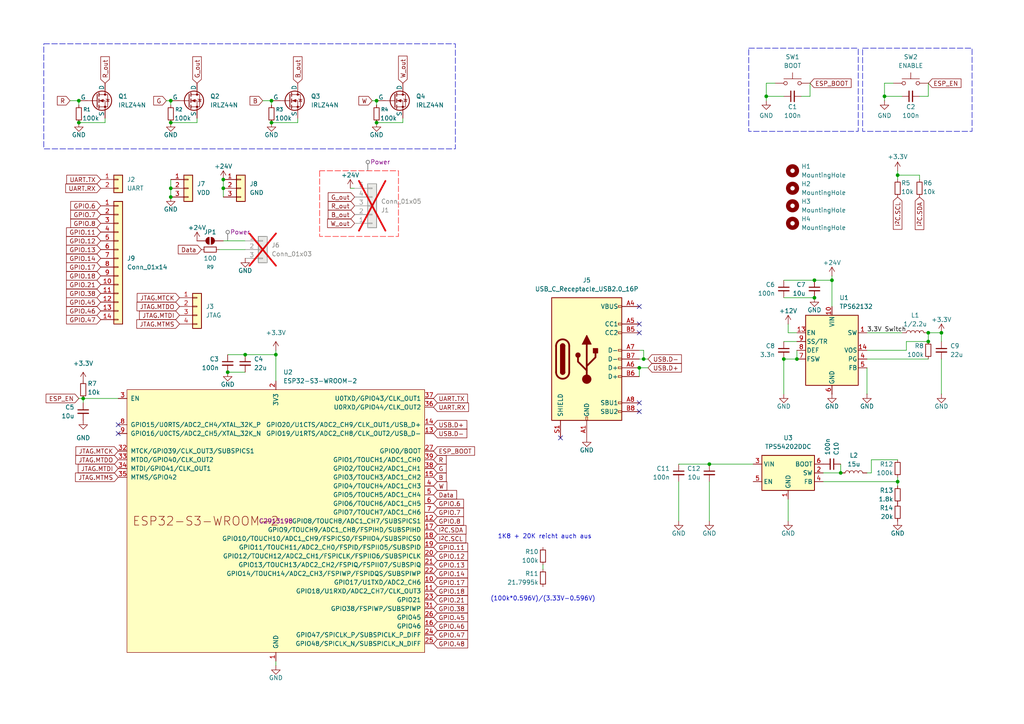
<source format=kicad_sch>
(kicad_sch (version 20250114) (generator "eeschema") (generator_version "9.0")
  (paper "A4")
  (rectangle (start 250.19 13.97) (end 281.94 38.1) (stroke (width 0) (type dash)))
  (rectangle (start 12.7 12.7) (end 132.08 43.18) (stroke (width 0) (type dash)))
  (rectangle (start 217.17 13.97) (end 248.92 38.1) (stroke (width 0) (type dash)))
  (text "(100k*0.596V)/(3.33V-0.596V)" (at 157.48 173.736 0) (effects (font (size 1.27 1.27))))
  (text "1K8 + 20K reicht auch aus" (at 157.988 155.702 0) (effects (font (size 1.27 1.27))))
  (junction (at 22.8665 35.56))
  (junction (at 49.53 35.56))
  (junction (at 205.74 134.62))
  (junction (at 109.22 35.56))
  (junction (at 227.33 104.14))
  (junction (at 231.14 104.14))
  (junction (at 269.24 96.52))
  (junction (at 269.24 99.06))
  (junction (at 78.74 29.21))
  (junction (at 66.04 107.95))
  (junction (at 49.53 57.15))
  (junction (at 222.25 27.94))
  (junction (at 273.05 96.52))
  (junction (at 236.22 86.36))
  (junction (at 22.86 29.21))
  (junction (at 256.54 27.94))
  (junction (at 24.13 115.57))
  (junction (at 71.12 102.87))
  (junction (at 109.22 29.21))
  (junction (at 49.53 54.61))
  (junction (at 260.35 139.7))
  (junction (at 241.3 81.28))
  (junction (at 236.22 81.28))
  (junction (at 185.42 106.68))
  (junction (at 78.74 35.56))
  (junction (at 243.84 137.16))
  (junction (at 64.77 52.07))
  (junction (at 64.77 54.61))
  (junction (at 260.35 50.8))
  (junction (at 49.53 29.21))
  (junction (at 186.69 104.14))
  (junction (at 80.01 102.87))
  (no_connect (at 34.29 125.73))
  (no_connect (at 185.42 88.9))
  (no_connect (at 185.42 116.84))
  (no_connect (at 185.42 93.98))
  (no_connect (at 185.42 119.38))
  (no_connect (at 34.29 123.19))
  (no_connect (at 185.42 96.52))
  (no_connect (at 162.56 127))
  (wire (pts (xy 49.53 54.61) (xy 49.53 57.15)))
  (wire (pts (xy 80.01 102.87) (xy 71.12 102.87)))
  (wire (pts (xy 22.86 115.57) (xy 24.13 115.57)))
  (wire (pts (xy 231.14 96.52) (xy 228.6 96.52)))
  (wire (pts (xy 49.53 52.07) (xy 49.53 54.61)))
  (wire (pts (xy 256.54 29.21) (xy 256.54 27.94)))
  (wire (pts (xy 260.35 138.43) (xy 260.35 139.7)))
  (wire (pts (xy 251.46 137.16) (xy 252.73 137.16)))
  (wire (pts (xy 109.22 35.56) (xy 116.84 35.56)))
  (wire (pts (xy 80.01 102.87) (xy 80.01 110.49)))
  (wire (pts (xy 222.25 24.13) (xy 224.79 24.13)))
  (wire (pts (xy 30.48 35.56) (xy 22.8665 35.56)))
  (wire (pts (xy 260.35 50.8) (xy 260.35 52.07)))
  (wire (pts (xy 269.24 99.06) (xy 269.24 96.52)))
  (wire (pts (xy 256.54 24.13) (xy 256.54 27.94)))
  (wire (pts (xy 24.13 115.57) (xy 34.29 115.57)))
  (wire (pts (xy 269.24 96.52) (xy 273.05 96.52)))
  (wire (pts (xy 185.42 104.14) (xy 186.69 104.14)))
  (wire (pts (xy 269.24 27.94) (xy 269.24 24.13)))
  (wire (pts (xy 238.76 137.16) (xy 243.84 137.16)))
  (wire (pts (xy 196.85 151.13) (xy 196.85 139.7)))
  (wire (pts (xy 22.86 30.48) (xy 22.86 29.21)))
  (wire (pts (xy 63.5 72.39) (xy 71.12 72.39)))
  (wire (pts (xy 185.42 106.68) (xy 187.96 106.68)))
  (wire (pts (xy 196.85 134.62) (xy 205.74 134.62)))
  (wire (pts (xy 260.35 139.7) (xy 260.35 140.97)))
  (wire (pts (xy 234.95 27.94) (xy 234.95 24.13)))
  (wire (pts (xy 251.46 96.52) (xy 261.62 96.52)))
  (wire (pts (xy 185.42 106.68) (xy 185.42 109.22)))
  (wire (pts (xy 86.36 34.29) (xy 86.36 35.56)))
  (wire (pts (xy 262.89 99.06) (xy 269.24 99.06)))
  (wire (pts (xy 262.89 99.06) (xy 262.89 101.6)))
  (wire (pts (xy 186.69 101.6) (xy 185.42 101.6)))
  (wire (pts (xy 116.84 34.29) (xy 116.84 35.56)))
  (wire (pts (xy 101.6 54.61) (xy 102.87 54.61)))
  (wire (pts (xy 252.73 133.35) (xy 252.73 137.16)))
  (wire (pts (xy 262.89 101.6) (xy 251.46 101.6)))
  (wire (pts (xy 80.01 191.77) (xy 80.01 193.04)))
  (wire (pts (xy 64.77 69.85) (xy 71.12 69.85)))
  (wire (pts (xy 57.15 34.29) (xy 57.15 35.56)))
  (wire (pts (xy 107.95 29.21) (xy 109.22 29.21)))
  (wire (pts (xy 228.6 151.13) (xy 228.6 144.78)))
  (wire (pts (xy 238.76 139.7) (xy 260.35 139.7)))
  (wire (pts (xy 228.6 96.52) (xy 228.6 93.98)))
  (wire (pts (xy 222.25 29.21) (xy 222.25 27.94)))
  (wire (pts (xy 241.3 80.01) (xy 241.3 81.28)))
  (wire (pts (xy 66.04 107.95) (xy 71.12 107.95)))
  (wire (pts (xy 251.46 106.68) (xy 251.46 114.3)))
  (wire (pts (xy 109.22 30.48) (xy 109.22 29.21)))
  (wire (pts (xy 205.74 151.13) (xy 205.74 139.7)))
  (wire (pts (xy 205.74 134.62) (xy 218.44 134.62)))
  (wire (pts (xy 80.01 101.6) (xy 80.01 102.87)))
  (wire (pts (xy 64.77 54.61) (xy 64.77 57.15)))
  (wire (pts (xy 78.74 30.48) (xy 78.74 29.21)))
  (wire (pts (xy 64.77 52.07) (xy 64.77 54.61)))
  (wire (pts (xy 251.46 104.14) (xy 269.24 104.14)))
  (wire (pts (xy 78.74 35.56) (xy 86.36 35.56)))
  (wire (pts (xy 260.35 50.8) (xy 266.7 50.8)))
  (wire (pts (xy 227.33 99.06) (xy 231.14 99.06)))
  (wire (pts (xy 273.05 96.52) (xy 273.05 99.06)))
  (wire (pts (xy 256.54 24.13) (xy 259.08 24.13)))
  (wire (pts (xy 22.8665 35.56) (xy 22.86 35.56)))
  (wire (pts (xy 222.25 27.94) (xy 227.33 27.94)))
  (wire (pts (xy 227.33 81.28) (xy 236.22 81.28)))
  (wire (pts (xy 76.2 29.21) (xy 78.74 29.21)))
  (wire (pts (xy 231.14 101.6) (xy 231.14 104.14)))
  (wire (pts (xy 20.32 29.21) (xy 22.86 29.21)))
  (wire (pts (xy 24.13 116.84) (xy 24.13 115.57)))
  (wire (pts (xy 241.3 81.28) (xy 241.3 88.9)))
  (wire (pts (xy 57.15 35.56) (xy 49.53 35.56)))
  (wire (pts (xy 186.69 101.6) (xy 186.69 104.14)))
  (wire (pts (xy 227.33 104.14) (xy 231.14 104.14)))
  (wire (pts (xy 48.26 29.21) (xy 49.53 29.21)))
  (wire (pts (xy 232.41 27.94) (xy 234.95 27.94)))
  (wire (pts (xy 186.69 104.14) (xy 187.96 104.14)))
  (wire (pts (xy 222.25 24.13) (xy 222.25 27.94)))
  (wire (pts (xy 273.05 104.14) (xy 273.05 114.3)))
  (wire (pts (xy 260.35 133.35) (xy 252.73 133.35)))
  (wire (pts (xy 227.33 86.36) (xy 236.22 86.36)))
  (wire (pts (xy 256.54 27.94) (xy 261.62 27.94)))
  (wire (pts (xy 236.22 81.28) (xy 241.3 81.28)))
  (wire (pts (xy 71.12 102.87) (xy 66.04 102.87)))
  (wire (pts (xy 157.48 163.83) (xy 157.48 165.1)))
  (wire (pts (xy 30.48 34.29) (xy 30.48 35.56)))
  (wire (pts (xy 266.7 52.07) (xy 266.7 50.8)))
  (wire (pts (xy 266.7 27.94) (xy 269.24 27.94)))
  (wire (pts (xy 243.84 134.62) (xy 243.84 137.16)))
  (wire (pts (xy 260.35 49.53) (xy 260.35 50.8)))
  (wire (pts (xy 227.33 114.3) (xy 227.33 104.14)))
  (wire (pts (xy 49.53 30.48) (xy 49.53 29.21)))
  (label "3.3V Switch" (at 251.46 96.52 0))
  (global_label "GPIO.14" (shape input) (at 125.73 166.37 0) (property "Intersheetrefs" "${INTERSHEET_REFS}" (effects (hide yes))))
  (global_label "I^{2}C.SDA" (shape input) (at 266.7 57.15 270) (property "Intersheetrefs" "${INTERSHEET_REFS}" (effects (hide yes))))
  (global_label "GPIO.21" (shape input) (at 29.21 82.55 180) (property "Intersheetrefs" "${INTERSHEET_REFS}" (effects (hide yes))))
  (global_label "R_out" (shape input) (at 30.48 24.13 90) (property "Intersheetrefs" "${INTERSHEET_REFS}" (effects (hide yes))))
  (global_label "G" (shape input) (at 125.73 135.89 0) (property "Intersheetrefs" "${INTERSHEET_REFS}" (effects (hide yes))))
  (global_label "JTAG.MTCK" (shape input) (at 52.07 86.36 180) (property "Intersheetrefs" "${INTERSHEET_REFS}" (effects (hide yes))))
  (global_label "Data" (shape input) (at 125.73 143.51 0) (property "Intersheetrefs" "${INTERSHEET_REFS}" (effects (hide yes))))
  (global_label "GPIO.7" (shape input) (at 29.21 62.23 180) (property "Intersheetrefs" "${INTERSHEET_REFS}" (effects (hide yes))))
  (global_label "UART.RX" (shape input) (at 29.21 54.61 180) (property "Intersheetrefs" "${INTERSHEET_REFS}" (effects (hide yes))))
  (global_label "GPIO.45" (shape input) (at 29.21 87.63 180) (property "Intersheetrefs" "${INTERSHEET_REFS}" (effects (hide yes))))
  (global_label "JTAG.MTDI" (shape input) (at 52.07 91.44 180) (property "Intersheetrefs" "${INTERSHEET_REFS}" (effects (hide yes))))
  (global_label "R" (shape input) (at 125.73 133.35 0) (property "Intersheetrefs" "${INTERSHEET_REFS}" (effects (hide yes))))
  (global_label "W" (shape input) (at 125.73 140.97 0) (property "Intersheetrefs" "${INTERSHEET_REFS}" (effects (hide yes))))
  (global_label "GPIO.46" (shape input) (at 29.21 90.17 180) (property "Intersheetrefs" "${INTERSHEET_REFS}" (effects (hide yes))))
  (global_label "USB.D+" (shape input) (at 187.96 106.68 0) (property "Intersheetrefs" "${INTERSHEET_REFS}" (effects (hide yes))))
  (global_label "B_out" (shape input) (at 86.36 24.13 90) (property "Intersheetrefs" "${INTERSHEET_REFS}" (effects (hide yes))))
  (global_label "GPIO.8" (shape input) (at 125.73 151.13 0) (property "Intersheetrefs" "${INTERSHEET_REFS}" (effects (hide yes))))
  (global_label "R_out" (shape input) (at 102.87 59.69 180) (property "Intersheetrefs" "${INTERSHEET_REFS}" (effects (hide yes))))
  (global_label "GPIO.8" (shape input) (at 29.21 64.77 180) (property "Intersheetrefs" "${INTERSHEET_REFS}" (effects (hide yes))))
  (global_label "W_out" (shape input) (at 116.84 24.13 90) (property "Intersheetrefs" "${INTERSHEET_REFS}" (effects (hide yes))))
  (global_label "GPIO.17" (shape input) (at 125.73 168.91 0) (property "Intersheetrefs" "${INTERSHEET_REFS}" (effects (hide yes))))
  (global_label "GPIO.18" (shape input) (at 29.21 80.01 180) (property "Intersheetrefs" "${INTERSHEET_REFS}" (effects (hide yes))))
  (global_label "GPIO.48" (shape input) (at 125.73 186.69 0) (property "Intersheetrefs" "${INTERSHEET_REFS}" (effects (hide yes))))
  (global_label "GPIO.47" (shape input) (at 29.21 92.71 180) (property "Intersheetrefs" "${INTERSHEET_REFS}" (effects (hide yes))))
  (global_label "GPIO.17" (shape input) (at 29.21 77.47 180) (property "Intersheetrefs" "${INTERSHEET_REFS}" (effects (hide yes))))
  (global_label "GPIO.12" (shape input) (at 29.21 69.85 180) (property "Intersheetrefs" "${INTERSHEET_REFS}" (effects (hide yes))))
  (global_label "G" (shape input) (at 48.26 29.21 180) (property "Intersheetrefs" "${INTERSHEET_REFS}" (effects (hide yes))))
  (global_label "Data" (shape input) (at 58.42 72.39 180) (property "Intersheetrefs" "${INTERSHEET_REFS}" (effects (hide yes))))
  (global_label "GPIO.13" (shape input) (at 29.21 72.39 180) (property "Intersheetrefs" "${INTERSHEET_REFS}" (effects (hide yes))))
  (global_label "USB.D+" (shape input) (at 125.73 123.19 0) (property "Intersheetrefs" "${INTERSHEET_REFS}" (effects (hide yes))))
  (global_label "ESP_BOOT" (shape input) (at 234.95 24.13 0) (property "Intersheetrefs" "${INTERSHEET_REFS}" (effects (hide yes))))
  (global_label "W" (shape input) (at 107.95 29.21 180) (property "Intersheetrefs" "${INTERSHEET_REFS}" (effects (hide yes))))
  (global_label "W_out" (shape input) (at 102.87 64.77 180) (property "Intersheetrefs" "${INTERSHEET_REFS}" (effects (hide yes))))
  (global_label "G_out" (shape input) (at 102.87 57.15 180) (property "Intersheetrefs" "${INTERSHEET_REFS}" (effects (hide yes))))
  (global_label "JTAG.MTDO" (shape input) (at 52.07 88.9 180) (property "Intersheetrefs" "${INTERSHEET_REFS}" (effects (hide yes))))
  (global_label "GPIO.38" (shape input) (at 29.21 85.09 180) (property "Intersheetrefs" "${INTERSHEET_REFS}" (effects (hide yes))))
  (global_label "UART.TX" (shape input) (at 125.73 115.57 0) (property "Intersheetrefs" "${INTERSHEET_REFS}" (effects (hide yes))))
  (global_label "GPIO.13" (shape input) (at 125.73 163.83 0) (property "Intersheetrefs" "${INTERSHEET_REFS}" (effects (hide yes))))
  (global_label "USB.D-" (shape input) (at 125.73 125.73 0) (property "Intersheetrefs" "${INTERSHEET_REFS}" (effects (hide yes))))
  (global_label "I^{2}C.SCL" (shape input) (at 260.35 57.15 270) (property "Intersheetrefs" "${INTERSHEET_REFS}" (effects (hide yes))))
  (global_label "GPIO.11" (shape input) (at 125.73 158.75 0) (property "Intersheetrefs" "${INTERSHEET_REFS}" (effects (hide yes))))
  (global_label "GPIO.45" (shape input) (at 125.73 179.07 0) (property "Intersheetrefs" "${INTERSHEET_REFS}" (effects (hide yes))))
  (global_label "GPIO.11" (shape input) (at 29.21 67.31 180) (property "Intersheetrefs" "${INTERSHEET_REFS}" (effects (hide yes))))
  (global_label "GPIO.12" (shape input) (at 125.73 161.29 0) (property "Intersheetrefs" "${INTERSHEET_REFS}" (effects (hide yes))))
  (global_label "GPIO.6" (shape input) (at 125.73 146.05 0) (property "Intersheetrefs" "${INTERSHEET_REFS}" (effects (hide yes))))
  (global_label "ESP_EN" (shape input) (at 269.24 24.13 0) (property "Intersheetrefs" "${INTERSHEET_REFS}" (effects (hide yes))))
  (global_label "B" (shape input) (at 76.2 29.21 180) (property "Intersheetrefs" "${INTERSHEET_REFS}" (effects (hide yes))))
  (global_label "JTAG.MTDO" (shape input) (at 34.29 133.35 180) (property "Intersheetrefs" "${INTERSHEET_REFS}" (effects (hide yes))))
  (global_label "JTAG.MTMS" (shape input) (at 52.07 93.98 180) (property "Intersheetrefs" "${INTERSHEET_REFS}" (effects (hide yes))))
  (global_label "UART.RX" (shape input) (at 125.73 118.11 0) (property "Intersheetrefs" "${INTERSHEET_REFS}" (effects (hide yes))))
  (global_label "JTAG.MTCK" (shape input) (at 34.29 130.81 180) (property "Intersheetrefs" "${INTERSHEET_REFS}" (effects (hide yes))))
  (global_label "GPIO.38" (shape input) (at 125.73 176.53 0) (property "Intersheetrefs" "${INTERSHEET_REFS}" (effects (hide yes))))
  (global_label "I^{2}C.SDA" (shape input) (at 125.73 153.67 0) (property "Intersheetrefs" "${INTERSHEET_REFS}" (effects (hide yes))))
  (global_label "GPIO.21" (shape input) (at 125.73 173.99 0) (property "Intersheetrefs" "${INTERSHEET_REFS}" (effects (hide yes))))
  (global_label "GPIO.14" (shape input) (at 29.21 74.93 180) (property "Intersheetrefs" "${INTERSHEET_REFS}" (effects (hide yes))))
  (global_label "USB.D-" (shape input) (at 187.96 104.14 0) (property "Intersheetrefs" "${INTERSHEET_REFS}" (effects (hide yes))))
  (global_label "GPIO.46" (shape input) (at 125.73 181.61 0) (property "Intersheetrefs" "${INTERSHEET_REFS}" (effects (hide yes))))
  (global_label "GPIO.6" (shape input) (at 29.21 59.69 180) (property "Intersheetrefs" "${INTERSHEET_REFS}" (effects (hide yes))))
  (global_label "UART.TX" (shape input) (at 29.21 52.07 180) (property "Intersheetrefs" "${INTERSHEET_REFS}" (effects (hide yes))))
  (global_label "JTAG.MTDI" (shape input) (at 34.29 135.89 180) (property "Intersheetrefs" "${INTERSHEET_REFS}" (effects (hide yes))))
  (global_label "ESP_EN" (shape input) (at 22.86 115.57 180) (property "Intersheetrefs" "${INTERSHEET_REFS}" (effects (hide yes))))
  (global_label "JTAG.MTMS" (shape input) (at 34.29 138.43 180) (property "Intersheetrefs" "${INTERSHEET_REFS}" (effects (hide yes))))
  (global_label "GPIO.47" (shape input) (at 125.73 184.15 0) (property "Intersheetrefs" "${INTERSHEET_REFS}" (effects (hide yes))))
  (global_label "ESP_BOOT" (shape input) (at 125.73 130.81 0) (property "Intersheetrefs" "${INTERSHEET_REFS}" (effects (hide yes))))
  (global_label "G_out" (shape input) (at 57.15 24.13 90) (property "Intersheetrefs" "${INTERSHEET_REFS}" (effects (hide yes))))
  (global_label "R" (shape input) (at 20.32 29.21 180) (property "Intersheetrefs" "${INTERSHEET_REFS}" (effects (hide yes))))
  (global_label "GPIO.18" (shape input) (at 125.73 171.45 0) (property "Intersheetrefs" "${INTERSHEET_REFS}" (effects (hide yes))))
  (global_label "B_out" (shape input) (at 102.87 62.23 180) (property "Intersheetrefs" "${INTERSHEET_REFS}" (effects (hide yes))))
  (global_label "B" (shape input) (at 125.73 138.43 0) (property "Intersheetrefs" "${INTERSHEET_REFS}" (effects (hide yes))))
  (global_label "I^{2}C.SCL" (shape input) (at 125.73 156.21 0) (property "Intersheetrefs" "${INTERSHEET_REFS}" (effects (hide yes))))
  (global_label "GPIO.7" (shape input) (at 125.73 148.59 0) (property "Intersheetrefs" "${INTERSHEET_REFS}" (effects (hide yes))))
  (rule_area (polyline (pts (xy 92.71 49.53) (xy 92.71 68.58) (xy 115.57 68.58) (xy 115.57 49.53)) (stroke (width 0) (type dash))))
  (netclass_flag "" (length 2.54) (shape round) (at 106.68 49.53 0) (property "Netclass" "Power" (at 107.3785 46.99 0) (effects (justify left))))
  (netclass_flag "" (length 2.54) (shape round) (at 66.04 69.85 0) (property "Netclass" "Power" (at 66.7385 67.31 0) (effects (justify left))))
  (symbol (lib_id "power:GND") (at 236.22 86.36 0) (unit 1)
    (property "Reference" "#PWR020" (effects (hide yes)))
    (property "Value" "GND" (at 236.22 89.916 0))
    (property "Description" "Power symbol creates a global label with name \"GND\" , ground" (effects (hide yes)))
  )
  (symbol (lib_id "power:GND") (at 49.53 57.15 0) (unit 1)
    (property "Reference" "#PWR031" (effects (hide yes)))
    (property "Value" "GND" (at 49.53 60.706 0))
    (property "Description" "Power symbol creates a global label with name \"GND\" , ground" (effects (hide yes)))
  )
  (symbol (lib_id "power:GND") (at 260.35 151.13 0) (unit 1)
    (property "Reference" "#PWR036" (effects (hide yes)))
    (property "Value" "GND" (at 260.35 154.686 0))
    (property "Description" "Power symbol creates a global label with name \"GND\" , ground" (effects (hide yes)))
  )
  (symbol (lib_id "Connector_Generic:Conn_01x03") (at 54.61 54.61 0) (unit 1)
    (property "Reference" "J7" (at 57.15 53.3399 0) (effects (justify left)))
    (property "Value" "VDD" (at 57.15 55.8799 0) (effects (justify left)))
    (property "Footprint" "TerminalBlock_Phoenix:TerminalBlock_Phoenix_MKDS-1,5-3-5.08_1x03_P5.08mm_Horizontal" (effects (hide yes)))
    (property "Description" "Generic connector, single row, 01x03, script generated (kicad-library-utils/schlib/autogen/connector/)" (effects (hide yes)))
  )
  (symbol (lib_id "power:GND") (at 80.01 193.04 0) (unit 1)
    (property "Reference" "#PWR027" (effects (hide yes)))
    (property "Value" "GND" (at 80.01 196.596 0))
    (property "Description" "Power symbol creates a global label with name \"GND\" , ground" (effects (hide yes)))
  )
  (symbol (lib_id "Mechanical:MountingHole") (at 229.87 49.53 0) (unit 1) (in_bom no)
    (property "Reference" "H1" (at 232.41 48.2599 0) (effects (justify left)))
    (property "Value" "MountingHole" (at 232.41 50.7999 0) (effects (justify left)))
    (property "Footprint" "MountingHole:MountingHole_3.2mm_M3" (effects (hide yes)))
    (property "Description" "Mounting Hole without connection" (effects (hide yes)))
  )
  (symbol (lib_id "Device:R_Small") (at 269.24 101.6 0) (mirror y) (unit 1)
    (property "Reference" "R8" (at 267.97 100.33 0) (effects (justify left)))
    (property "Value" "100k" (at 267.97 102.87 0) (effects (justify left)))
    (property "Footprint" "Resistor_SMD:R_0805_2012Metric_Pad1.20x1.40mm_HandSolder" (effects (hide yes)))
    (property "Description" "Resistor, small symbol" (effects (hide yes)))
    (property "LCSC" "C3017875" (effects (hide yes)))
  )
  (symbol (lib_id "Simulation_SPICE:NMOS") (at 27.94 29.21 0) (unit 1)
    (property "Reference" "Q1" (at 34.29 27.9399 0) (effects (justify left)))
    (property "Value" "IRLZ44N" (at 34.29 30.4799 0) (effects (justify left)))
    (property "Footprint" "Package_TO_SOT_THT:TO-220-3_Vertical" (effects (hide yes)))
    (property "Datasheet" "https://ngspice.sourceforge.io/docs/ngspice-html-manual/manual.xhtml#cha_MOSFETs" (effects (hide yes)))
    (property "Description" "N-MOSFET transistor, drain/source/gate" (effects (hide yes)))
    (property "Sim.Device" "NMOS" (effects (hide yes)))
    (property "Sim.Type" "VDMOS" (effects (hide yes)))
    (property "Sim.Pins" "1=D 2=G 3=S" (effects (hide yes)))
    (property "LCSC" "C42370423" (effects (hide yes)))
  )
  (symbol (lib_id "power:+3.3V") (at 228.6 93.98 0) (unit 1)
    (property "Reference" "#PWR021" (effects (hide yes)))
    (property "Value" "+12V" (at 228.6 90.17 0))
    (property "Description" "Power symbol creates a global label with name \"+3.3V\"" (effects (hide yes)))
  )
  (symbol (lib_id "Device:C_Small") (at 66.04 105.41 0) (unit 1)
    (property "Reference" "C3" (at 63.5 104.1462 0) (effects (justify right)))
    (property "Value" "100n" (at 63.5 106.6862 0) (effects (justify right)))
    (property "Footprint" "Capacitor_SMD:C_0805_2012Metric_Pad1.18x1.45mm_HandSolder" (effects (hide yes)))
    (property "Description" "Unpolarized capacitor, small symbol" (effects (hide yes)))
  )
  (symbol (lib_id "power:+3.3V") (at 260.35 49.53 0) (unit 1)
    (property "Reference" "#PWR04" (effects (hide yes)))
    (property "Value" "+3.3V" (at 260.35 45.466 0))
    (property "Description" "Power symbol creates a global label with name \"+3.3V\"" (effects (hide yes)))
  )
  (symbol (lib_id "Device:C_Small") (at 273.05 101.6 0) (mirror y) (unit 1)
    (property "Reference" "C9" (at 275.59 100.3362 0) (effects (justify right)))
    (property "Value" "22u" (at 275.59 102.8762 0) (effects (justify right)))
    (property "Footprint" "Capacitor_SMD:C_0805_2012Metric_Pad1.18x1.45mm_HandSolder" (effects (hide yes)))
    (property "Description" "Unpolarized capacitor, small symbol" (effects (hide yes)))
  )
  (symbol (lib_id "power:+3.3V") (at 241.3 80.01 0) (unit 1)
    (property "Reference" "#PWR019" (effects (hide yes)))
    (property "Value" "+24V" (at 241.3 76.2 0))
    (property "Description" "Power symbol creates a global label with name \"+3.3V\"" (effects (hide yes)))
  )
  (symbol (lib_id "Device:R_Small") (at 266.7 54.61 0) (unit 1)
    (property "Reference" "R6" (at 267.716 53.086 0) (effects (justify left)))
    (property "Value" "10k" (at 267.716 55.626 0) (effects (justify left)))
    (property "Footprint" "Resistor_SMD:R_0805_2012Metric_Pad1.20x1.40mm_HandSolder" (effects (hide yes)))
    (property "Description" "Resistor, small symbol" (effects (hide yes)))
    (property "LCSC" "C2930231" (effects (hide yes)))
  )
  (symbol (lib_id "Device:C_Small") (at 229.87 27.94 90) (mirror x) (unit 1)
    (property "Reference" "C1" (at 229.87 30.988 90))
    (property "Value" "100n" (at 229.87 33.528 90))
    (property "Footprint" "Capacitor_SMD:C_0805_2012Metric_Pad1.18x1.45mm_HandSolder" (effects (hide yes)))
    (property "Description" "Unpolarized capacitor, small symbol" (effects (hide yes)))
  )
  (symbol (lib_id "Device:C_Small") (at 205.74 137.16 0) (unit 1)
    (property "Reference" "C12" (at 203.2 135.8962 0) (effects (justify right)))
    (property "Value" "10u" (at 203.2 138.4362 0) (effects (justify right)))
    (property "Footprint" "Capacitor_SMD:C_1210_3225Metric_Pad1.33x2.70mm_HandSolder" (effects (hide yes)))
    (property "Description" "Unpolarized capacitor, small symbol" (effects (hide yes)))
  )
  (symbol (lib_id "power:GND") (at 78.74 35.56 0) (unit 1)
    (property "Reference" "#PWR07" (effects (hide yes)))
    (property "Value" "GND" (at 78.74 39.116 0))
    (property "Description" "Power symbol creates a global label with name \"GND\" , ground" (effects (hide yes)))
  )
  (symbol (lib_id "Device:R_Small") (at 260.35 148.59 0) (mirror y) (unit 1)
    (property "Reference" "R14" (at 259.08 147.32 0) (effects (justify left)))
    (property "Value" "20k" (at 259.08 149.86 0) (effects (justify left)))
    (property "Footprint" "Resistor_SMD:R_0805_2012Metric_Pad1.20x1.40mm_HandSolder" (effects (hide yes)))
    (property "Description" "Resistor, small symbol" (effects (hide yes)))
    (property "LCSC" "C3017875" (effects (hide yes)))
  )
  (symbol (lib_id "Simulation_SPICE:NMOS") (at 114.3 29.21 0) (unit 1)
    (property "Reference" "Q4" (at 120.65 27.9399 0) (effects (justify left)))
    (property "Value" "IRLZ44N" (at 120.65 30.4799 0) (effects (justify left)))
    (property "Footprint" "Package_TO_SOT_THT:TO-220-3_Vertical" (effects (hide yes)))
    (property "Datasheet" "https://ngspice.sourceforge.io/docs/ngspice-html-manual/manual.xhtml#cha_MOSFETs" (effects (hide yes)))
    (property "Description" "N-MOSFET transistor, drain/source/gate" (effects (hide yes)))
    (property "Sim.Device" "NMOS" (effects (hide yes)))
    (property "Sim.Type" "VDMOS" (effects (hide yes)))
    (property "Sim.Pins" "1=D 2=G 3=S" (effects (hide yes)))
    (property "LCSC" "C42370423" (effects (hide yes)))
  )
  (symbol (lib_id "Device:C_Small") (at 241.3 134.62 270) (unit 1)
    (property "Reference" "C10" (at 242.5638 132.08 0) (effects (justify right)))
    (property "Value" "100n" (at 240.0238 132.08 0) (effects (justify right)))
    (property "Footprint" "Capacitor_SMD:C_0805_2012Metric_Pad1.18x1.45mm_HandSolder" (effects (hide yes)))
    (property "Description" "Unpolarized capacitor, small symbol" (effects (hide yes)))
  )
  (symbol (lib_id "Device:C_Small") (at 264.16 27.94 90) (mirror x) (unit 1)
    (property "Reference" "C2" (at 264.16 30.988 90))
    (property "Value" "100n" (at 264.16 33.528 90))
    (property "Footprint" "Capacitor_SMD:C_0805_2012Metric_Pad1.18x1.45mm_HandSolder" (effects (hide yes)))
    (property "Description" "Unpolarized capacitor, small symbol" (effects (hide yes)))
  )
  (symbol (lib_id "Device:R_Small") (at 109.22 33.02 0) (unit 1)
    (property "Reference" "R4" (at 110.49 31.75 0) (effects (font (size 1.016 1.016)) (justify left)))
    (property "Value" "100k" (at 110.236 34.29 0) (effects (justify left)))
    (property "Footprint" "Resistor_SMD:R_0805_2012Metric_Pad1.20x1.40mm_HandSolder" (effects (hide yes)))
    (property "Description" "Resistor, small symbol" (effects (hide yes)))
    (property "LCSC" "C3017875" (effects (hide yes)))
  )
  (symbol (lib_id "power:GND") (at 66.04 107.95 0) (unit 1)
    (property "Reference" "#PWR016" (effects (hide yes)))
    (property "Value" "GND" (at 66.04 111.506 0))
    (property "Description" "Power symbol creates a global label with name \"GND\" , ground" (effects (hide yes)))
  )
  (symbol (lib_id "Simulation_SPICE:NMOS") (at 54.61 29.21 0) (unit 1)
    (property "Reference" "Q2" (at 60.96 27.9399 0) (effects (justify left)))
    (property "Value" "IRLZ44N" (at 60.96 30.4799 0) (effects (justify left)))
    (property "Footprint" "Package_TO_SOT_THT:TO-220-3_Vertical" (effects (hide yes)))
    (property "Datasheet" "https://ngspice.sourceforge.io/docs/ngspice-html-manual/manual.xhtml#cha_MOSFETs" (effects (hide yes)))
    (property "Description" "N-MOSFET transistor, drain/source/gate" (effects (hide yes)))
    (property "Sim.Device" "NMOS" (effects (hide yes)))
    (property "Sim.Type" "VDMOS" (effects (hide yes)))
    (property "Sim.Pins" "1=D 2=G 3=S" (effects (hide yes)))
    (property "LCSC" "C42370423" (effects (hide yes)))
  )
  (symbol (lib_id "Device:R_Small") (at 24.13 113.03 0) (mirror y) (unit 1)
    (property "Reference" "R7" (at 25.4 111.252 0) (effects (justify right)))
    (property "Value" "10k" (at 25.4 113.792 0) (effects (justify right)))
    (property "Footprint" "Resistor_SMD:R_0805_2012Metric_Pad1.20x1.40mm_HandSolder" (effects (hide yes)))
    (property "Description" "Resistor, small symbol" (effects (hide yes)))
    (property "LCSC" "C2930231" (effects (hide yes)))
  )
  (symbol (lib_id "Simulation_SPICE:NMOS") (at 83.82 29.21 0) (unit 1)
    (property "Reference" "Q3" (at 90.17 27.9399 0) (effects (justify left)))
    (property "Value" "IRLZ44N" (at 90.17 30.4799 0) (effects (justify left)))
    (property "Footprint" "Package_TO_SOT_THT:TO-220-3_Vertical" (effects (hide yes)))
    (property "Datasheet" "https://ngspice.sourceforge.io/docs/ngspice-html-manual/manual.xhtml#cha_MOSFETs" (effects (hide yes)))
    (property "Description" "N-MOSFET transistor, drain/source/gate" (effects (hide yes)))
    (property "Sim.Device" "NMOS" (effects (hide yes)))
    (property "Sim.Type" "VDMOS" (effects (hide yes)))
    (property "Sim.Pins" "1=D 2=G 3=S" (effects (hide yes)))
    (property "LCSC" "C42370423" (effects (hide yes)))
  )
  (symbol (lib_id "Device:C_Small") (at 24.13 119.38 0) (mirror y) (unit 1)
    (property "Reference" "C5" (at 21.59 118.1162 0) (effects (justify left)))
    (property "Value" "10u" (at 21.59 120.6562 0) (effects (justify left)))
    (property "Footprint" "Capacitor_SMD:C_1210_3225Metric_Pad1.33x2.70mm_HandSolder" (effects (hide yes)))
    (property "Description" "Unpolarized capacitor, small symbol" (effects (hide yes)))
  )
  (symbol (lib_id "Device:R_Small") (at 60.96 72.39 270) (unit 1)
    (property "Reference" "R9" (at 60.96 77.47 90) (effects (font (size 1.016 1.016))))
    (property "Value" "100" (at 60.96 74.93 90))
    (property "Footprint" "Resistor_SMD:R_0805_2012Metric_Pad1.20x1.40mm_HandSolder" (effects (hide yes)))
    (property "Description" "Resistor, small symbol" (effects (hide yes)))
    (property "LCSC" "C2907294" (effects (hide yes)))
  )
  (symbol (lib_id "power:+3.3V") (at 24.13 110.49 0) (unit 1)
    (property "Reference" "#PWR017" (effects (hide yes)))
    (property "Value" "+3.3V" (at 24.13 105.41 0))
    (property "Description" "Power symbol creates a global label with name \"+3.3V\"" (effects (hide yes)))
  )
  (symbol (lib_id "Connector:USB_C_Receptacle_USB2.0_16P") (at 170.18 104.14 0) (unit 1)
    (property "Reference" "J5" (at 170.18 81.28 0))
    (property "Value" "USB_C_Receptacle_USB2.0_16P" (at 170.18 83.82 0))
    (property "Footprint" "Connector_USB:USB_C_Receptacle_GCT_USB4105-xx-A_16P_TopMnt_Horizontal" (effects (hide yes)))
    (property "Datasheet" "https://lcsc.com/datasheet/lcsc_datasheet_2505061156_SHOU-HAN-TYPE-C-16PIN-2MD-073_C2765186.pdf" (effects (hide yes)))
    (property "Description" "USB 2.0-only 16P Type-C Receptacle connector" (effects (hide yes)))
    (property "LCSC" "C2765186" (effects (hide yes)))
  )
  (symbol (lib_id "power:GND") (at 109.22 35.56 0) (unit 1)
    (property "Reference" "#PWR08" (effects (hide yes)))
    (property "Value" "GND" (at 109.22 39.116 0))
    (property "Description" "Power symbol creates a global label with name \"GND\" , ground" (effects (hide yes)))
  )
  (symbol (lib_id "power:GND") (at 22.8665 35.56 0) (unit 1)
    (property "Reference" "#PWR05" (effects (hide yes)))
    (property "Value" "GND" (at 22.8665 39.116 0))
    (property "Description" "Power symbol creates a global label with name \"GND\" , ground" (effects (hide yes)))
  )
  (symbol (lib_id "Device:L") (at 265.43 96.52 90) (unit 1)
    (property "Reference" "L1" (at 265.43 91.44 90))
    (property "Value" "1/2.2u" (at 265.43 93.98 90))
    (property "Footprint" "Inductor_SMD:L_APV_ANR4026" (effects (hide yes)))
    (property "Description" "Inductor" (effects (hide yes)))
  )
  (symbol (lib_id "power:GND") (at 273.05 114.3 0) (unit 1)
    (property "Reference" "#PWR026" (effects (hide yes)))
    (property "Value" "GND" (at 273.05 117.856 0))
    (property "Description" "Power symbol creates a global label with name \"GND\" , ground" (effects (hide yes)))
  )
  (symbol (lib_id "Device:R_Small") (at 157.48 167.64 0) (mirror y) (unit 1)
    (property "Reference" "R11" (at 156.21 166.37 0) (effects (justify left)))
    (property "Value" "21.7995k" (at 156.21 168.91 0) (effects (justify left)))
    (property "Footprint" "Resistor_SMD:R_0805_2012Metric_Pad1.20x1.40mm_HandSolder" (effects (hide yes)))
    (property "Description" "Resistor, small symbol" (effects (hide yes)))
    (property "LCSC" "C3017875" (effects (hide yes)))
  )
  (symbol (lib_id "Device:C_Small") (at 236.22 83.82 0) (unit 1)
    (property "Reference" "C7" (at 233.68 82.5562 0) (effects (justify right)))
    (property "Value" "10u" (at 233.68 85.0962 0) (effects (justify right)))
    (property "Footprint" "Capacitor_SMD:C_1210_3225Metric_Pad1.33x2.70mm_HandSolder" (effects (hide yes)))
    (property "Description" "Unpolarized capacitor, small symbol" (effects (hide yes)))
  )
  (symbol (lib_id "Mechanical:MountingHole") (at 229.87 54.61 0) (unit 1) (in_bom no)
    (property "Reference" "H2" (at 232.41 53.3399 0) (effects (justify left)))
    (property "Value" "MountingHole" (at 232.41 55.8799 0) (effects (justify left)))
    (property "Footprint" "MountingHole:MountingHole_3.2mm_M3" (effects (hide yes)))
    (property "Description" "Mounting Hole without connection" (effects (hide yes)))
  )
  (symbol (lib_id "Device:L") (at 247.65 137.16 90) (unit 1)
    (property "Reference" "L2" (at 247.65 132.08 90))
    (property "Value" "15u" (at 247.65 134.62 90))
    (property "Footprint" "Inductor_SMD:L_APV_ANR4026" (effects (hide yes)))
    (property "Description" "Inductor" (effects (hide yes)))
  )
  (symbol (lib_id "power:+3.3V") (at 101.6 54.61 0) (unit 1)
    (property "Reference" "#PWR03" (effects (hide yes)))
    (property "Value" "+24V" (at 101.6 50.8 0))
    (property "Description" "Power symbol creates a global label with name \"+3.3V\"" (effects (hide yes)))
  )
  (symbol (lib_id "Mechanical:MountingHole") (at 229.87 59.69 0) (unit 1) (in_bom no)
    (property "Reference" "H3" (at 232.41 58.4199 0) (effects (justify left)))
    (property "Value" "MountingHole" (at 232.41 60.9599 0) (effects (justify left)))
    (property "Footprint" "MountingHole:MountingHole_3.2mm_M3" (effects (hide yes)))
    (property "Description" "Mounting Hole without connection" (effects (hide yes)))
  )
  (symbol (lib_id "power:GND") (at 251.46 114.3 0) (unit 1)
    (property "Reference" "#PWR025" (effects (hide yes)))
    (property "Value" "GND" (at 251.46 117.856 0))
    (property "Description" "Power symbol creates a global label with name \"GND\" , ground" (effects (hide yes)))
  )
  (symbol (lib_id "Device:C_Small") (at 71.12 105.41 0) (mirror y) (unit 1)
    (property "Reference" "C4" (at 73.66 104.1462 0) (effects (justify right)))
    (property "Value" "22u" (at 73.66 106.6862 0) (effects (justify right)))
    (property "Footprint" "Capacitor_SMD:C_0805_2012Metric_Pad1.18x1.45mm_HandSolder" (effects (hide yes)))
    (property "Description" "Unpolarized capacitor, small symbol" (effects (hide yes)))
  )
  (symbol (lib_id "Device:R_Small") (at 260.35 135.89 0) (mirror y) (unit 1)
    (property "Reference" "R12" (at 259.08 134.62 0) (effects (justify left)))
    (property "Value" "100k" (at 259.08 137.16 0) (effects (justify left)))
    (property "Footprint" "Resistor_SMD:R_0805_2012Metric_Pad1.20x1.40mm_HandSolder" (effects (hide yes)))
    (property "Description" "Resistor, small symbol" (effects (hide yes)))
    (property "LCSC" "C3017875" (effects (hide yes)))
  )
  (symbol (lib_id "power:GND") (at 227.33 114.3 0) (unit 1)
    (property "Reference" "#PWR023" (effects (hide yes)))
    (property "Value" "GND" (at 227.33 117.856 0))
    (property "Description" "Power symbol creates a global label with name \"GND\" , ground" (effects (hide yes)))
  )
  (symbol (lib_id "Device:R_Small") (at 22.86 33.02 0) (unit 1)
    (property "Reference" "R1" (at 24.13 31.75 0) (effects (font (size 1.016 1.016)) (justify left)))
    (property "Value" "100k" (at 23.876 34.29 0) (effects (justify left)))
    (property "Footprint" "Resistor_SMD:R_0805_2012Metric_Pad1.20x1.40mm_HandSolder" (effects (hide yes)))
    (property "Description" "Resistor, small symbol" (effects (hide yes)))
    (property "LCSC" "C3017875" (effects (hide yes)))
  )
  (symbol (lib_id "power:GND") (at 24.13 121.92 0) (unit 1)
    (property "Reference" "#PWR018" (effects (hide yes)))
    (property "Value" "GND" (at 24.13 127 0))
    (property "Description" "Power symbol creates a global label with name \"GND\" , ground" (effects (hide yes)))
  )
  (symbol (lib_id "PCM_Espressif:ESP32-S3-WROOM-2") (at 80.01 151.13 0) (unit 1)
    (property "Reference" "U2" (at 82.1533 107.95 0) (effects (justify left)))
    (property "Value" "ESP32-S3-WROOM-2" (at 82.1533 110.49 0) (effects (justify left)))
    (property "Footprint" "PCM_Espressif:ESP32-S3-WROOM-2" (effects (hide yes)))
    (property "Datasheet" "https://www.espressif.com/sites/default/files/documentation/esp32-s3-wroom-2_datasheet_en.pdf" (effects (hide yes)))
    (property "Description" "2.4 GHz WiFi (802.11 b/g/n) and Bluetooth ® 5 (LE) module Built around ESP32S3 series of SoCs, Xtensa ® dualcore 32bit LX7 microprocessor Flash up to 16 MB, PSRAM up to 8 MB 36 GPIOs, rich set of peripherals Onboard PCB antenna" (effects (hide yes)))
    (property "LCSC" "C2913198" (at 80.01 151.13 0))
  )
  (symbol (lib_id "Device:C_Small") (at 227.33 83.82 0) (unit 1)
    (property "Reference" "C6" (at 224.79 82.5562 0) (effects (justify right)))
    (property "Value" "100n" (at 224.79 85.0962 0) (effects (justify right)))
    (property "Footprint" "Capacitor_SMD:C_0805_2012Metric_Pad1.18x1.45mm_HandSolder" (effects (hide yes)))
    (property "Description" "Unpolarized capacitor, small symbol" (effects (hide yes)))
  )
  (symbol (lib_id "power:+3.3V") (at 80.01 101.6 0) (unit 1)
    (property "Reference" "#PWR015" (effects (hide yes)))
    (property "Value" "+3.3V" (at 80.01 96.52 0))
    (property "Description" "Power symbol creates a global label with name \"+3.3V\"" (effects (hide yes)))
  )
  (symbol (lib_id "power:GND") (at 71.12 74.93 0) (unit 1)
    (property "Reference" "#PWR029" (effects (hide yes)))
    (property "Value" "GND" (at 71.12 78.486 0))
    (property "Description" "Power symbol creates a global label with name \"GND\" , ground" (effects (hide yes)))
  )
  (symbol (lib_id "Device:C_Small") (at 227.33 101.6 0) (unit 1)
    (property "Reference" "C8" (at 224.79 100.3362 0) (effects (justify right)))
    (property "Value" "3.3n" (at 224.79 102.8762 0) (effects (justify right)))
    (property "Footprint" "Capacitor_SMD:C_0805_2012Metric_Pad1.18x1.45mm_HandSolder" (effects (hide yes)))
    (property "Description" "Unpolarized capacitor, small symbol" (effects (hide yes)))
  )
  (symbol (lib_id "power:GND") (at 222.25 29.21 0) (unit 1)
    (property "Reference" "#PWR01" (effects (hide yes)))
    (property "Value" "GND" (at 222.25 33.528 0))
    (property "Description" "Power symbol creates a global label with name \"GND\" , ground" (effects (hide yes)))
  )
  (symbol (lib_id "Device:R_Small") (at 49.53 33.02 0) (unit 1)
    (property "Reference" "R2" (at 50.8 31.75 0) (effects (font (size 1.016 1.016)) (justify left)))
    (property "Value" "100k" (at 50.546 34.29 0) (effects (justify left)))
    (property "Footprint" "Resistor_SMD:R_0805_2012Metric_Pad1.20x1.40mm_HandSolder" (effects (hide yes)))
    (property "Description" "Resistor, small symbol" (effects (hide yes)))
    (property "LCSC" "C3017875" (effects (hide yes)))
  )
  (symbol (lib_id "power:GND") (at 170.18 127 0) (unit 1)
    (property "Reference" "#PWR028" (effects (hide yes)))
    (property "Value" "GND" (at 170.18 130.556 0))
    (property "Description" "Power symbol creates a global label with name \"GND\" , ground" (effects (hide yes)))
  )
  (symbol (lib_id "Device:R_Small") (at 260.35 143.51 0) (mirror y) (unit 1)
    (property "Reference" "R13" (at 259.08 142.24 0) (effects (justify left)))
    (property "Value" "1.8k" (at 259.08 144.78 0) (effects (justify left)))
    (property "Footprint" "Resistor_SMD:R_0805_2012Metric_Pad1.20x1.40mm_HandSolder" (effects (hide yes)))
    (property "Description" "Resistor, small symbol" (effects (hide yes)))
    (property "LCSC" "C3017875" (effects (hide yes)))
  )
  (symbol (lib_id "power:+3.3V") (at 273.05 96.52 0) (unit 1)
    (property "Reference" "#PWR022" (effects (hide yes)))
    (property "Value" "+3.3V" (at 273.05 92.71 0))
    (property "Description" "Power symbol creates a global label with name \"+3.3V\"" (effects (hide yes)))
  )
  (symbol (lib_id "Device:R_Small") (at 78.74 33.02 0) (unit 1)
    (property "Reference" "R3" (at 80.01 31.75 0) (effects (font (size 1.016 1.016)) (justify left)))
    (property "Value" "100k" (at 79.756 34.29 0) (effects (justify left)))
    (property "Footprint" "Resistor_SMD:R_0805_2012Metric_Pad1.20x1.40mm_HandSolder" (effects (hide yes)))
    (property "Description" "Resistor, small symbol" (effects (hide yes)))
    (property "LCSC" "C3017875" (effects (hide yes)))
  )
  (symbol (lib_id "Regulator_Switching:TPS62132") (at 241.3 101.6 0) (unit 1)
    (property "Reference" "U1" (at 243.4433 86.36 0) (effects (justify left)))
    (property "Value" "TPS62132" (at 243.4433 88.9 0) (effects (justify left)))
    (property "Footprint" "Package_DFN_QFN:VQFN-16-1EP_3x3mm_P0.5mm_EP1.68x1.68mm_ThermalVias" (effects (hide yes)))
    (property "Datasheet" "http://www.ti.com/lit/ds/symlink/tps62130.pdf" (effects (hide yes)))
    (property "Description" "3A Step-Down Converter with DCS-Control, Fixed 3.3V Output Voltage, 3-17V Input Voltage, QFN-16" (effects (hide yes)))
    (property "LCSC" "C81563" (effects (hide yes)))
  )
  (symbol (lib_id "Device:R_Small") (at 157.48 161.29 0) (mirror y) (unit 1)
    (property "Reference" "R10" (at 156.21 160.02 0) (effects (justify left)))
    (property "Value" "100k" (at 156.21 162.56 0) (effects (justify left)))
    (property "Footprint" "Resistor_SMD:R_0805_2012Metric_Pad1.20x1.40mm_HandSolder" (effects (hide yes)))
    (property "Description" "Resistor, small symbol" (effects (hide yes)))
    (property "LCSC" "C3017875" (effects (hide yes)))
  )
  (symbol (lib_id "Switch:SW_Push") (at 229.87 24.13 0) (unit 1)
    (property "Reference" "SW1" (at 229.87 16.51 0))
    (property "Value" "BOOT" (at 229.87 19.05 0))
    (property "Footprint" "Library:SHOU HAN TS342A2P-WZ" (effects (hide yes)))
    (property "Description" "Push button switch, generic, two pins" (effects (hide yes)))
    (property "LCSC" "C557591" (effects (hide yes)))
  )
  (symbol (lib_id "power:GND") (at 228.6 151.13 0) (unit 1)
    (property "Reference" "#PWR033" (effects (hide yes)))
    (property "Value" "GND" (at 228.6 154.686 0))
    (property "Description" "Power symbol creates a global label with name \"GND\" , ground" (effects (hide yes)))
  )
  (symbol (lib_id "power:GND") (at 196.85 151.13 0) (unit 1)
    (property "Reference" "#PWR035" (effects (hide yes)))
    (property "Value" "GND" (at 196.85 154.686 0))
    (property "Description" "Power symbol creates a global label with name \"GND\" , ground" (effects (hide yes)))
  )
  (symbol (lib_id "power:+3.3V") (at 64.77 52.07 0) (unit 1)
    (property "Reference" "#PWR032" (effects (hide yes)))
    (property "Value" "+24V" (at 64.77 48.26 0))
    (property "Description" "Power symbol creates a global label with name \"+3.3V\"" (effects (hide yes)))
  )
  (symbol (lib_id "Switch:SW_Push") (at 264.16 24.13 0) (unit 1)
    (property "Reference" "SW2" (at 264.16 16.51 0))
    (property "Value" "ENABLE" (at 264.16 19.05 0))
    (property "Footprint" "Library:SHOU HAN TS342A2P-WZ" (effects (hide yes)))
    (property "Description" "Push button switch, generic, two pins" (effects (hide yes)))
    (property "LCSC" "C557591" (effects (hide yes)))
  )
  (symbol (lib_id "power:GND") (at 205.74 151.13 0) (unit 1)
    (property "Reference" "#PWR034" (effects (hide yes)))
    (property "Value" "GND" (at 205.74 154.686 0))
    (property "Description" "Power symbol creates a global label with name \"GND\" , ground" (effects (hide yes)))
  )
  (symbol (lib_id "Device:R_Small") (at 260.35 54.61 0) (unit 1)
    (property "Reference" "R5" (at 261.366 53.086 0) (effects (justify left)))
    (property "Value" "10k" (at 261.366 55.626 0) (effects (justify left)))
    (property "Footprint" "Resistor_SMD:R_0805_2012Metric_Pad1.20x1.40mm_HandSolder" (effects (hide yes)))
    (property "Description" "Resistor, small symbol" (effects (hide yes)))
    (property "LCSC" "C2930231" (effects (hide yes)))
  )
  (symbol (lib_id "power:GND") (at 256.54 29.21 0) (unit 1)
    (property "Reference" "#PWR02" (effects (hide yes)))
    (property "Value" "GND" (at 256.54 33.528 0))
    (property "Description" "Power symbol creates a global label with name \"GND\" , ground" (effects (hide yes)))
  )
  (symbol (lib_id "power:GND") (at 49.53 35.56 0) (unit 1)
    (property "Reference" "#PWR06" (effects (hide yes)))
    (property "Value" "GND" (at 49.53 39.116 0))
    (property "Description" "Power symbol creates a global label with name \"GND\" , ground" (effects (hide yes)))
  )
  (symbol (lib_id "power:+3.3V") (at 57.15 69.85 0) (unit 1)
    (property "Reference" "#PWR030" (effects (hide yes)))
    (property "Value" "+24V" (at 57.15 66.04 0))
    (property "Description" "Power symbol creates a global label with name \"+3.3V\"" (effects (hide yes)))
  )
  (symbol (lib_id "Connector_Generic:Conn_01x02") (at 34.29 52.07 0) (unit 1)
    (property "Reference" "J2" (at 36.83 52.0699 0) (effects (justify left)))
    (property "Value" "UART" (at 36.83 54.6099 0) (effects (justify left)))
    (property "Footprint" "Connector_PinHeader_2.54mm:PinHeader_1x02_P2.54mm_Vertical" (effects (hide yes)))
    (property "Description" "Generic connector, single row, 01x02, script generated (kicad-library-utils/schlib/autogen/connector/)" (effects (hide yes)))
  )
  (symbol (lib_id "Jumper:SolderJumper_2_Open") (at 60.96 69.85 0) (unit 1) (in_bom no)
    (property "Reference" "JP1" (at 60.96 67.31 0))
    (property "Value" "SolderJumper_2_Open" (effects (hide yes)))
    (property "Footprint" "Jumper:SolderJumper-2_P1.3mm_Open_RoundedPad1.0x1.5mm" (effects (hide yes)))
    (property "Description" "Solder Jumper, 2-pole, open" (effects (hide yes)))
  )
  (symbol (lib_id "Connector_Generic:Conn_01x03") (at 69.85 54.61 0) (unit 1)
    (property "Reference" "J8" (at 72.39 53.3399 0) (effects (justify left)))
    (property "Value" "GND" (at 72.39 55.8799 0) (effects (justify left)))
    (property "Footprint" "TerminalBlock_Phoenix:TerminalBlock_Phoenix_MKDS-1,5-3-5.08_1x03_P5.08mm_Horizontal" (effects (hide yes)))
    (property "Description" "Generic connector, single row, 01x03, script generated (kicad-library-utils/schlib/autogen/connector/)" (effects (hide yes)))
  )
  (symbol (lib_id "Mechanical:MountingHole") (at 229.87 64.77 0) (unit 1) (in_bom no)
    (property "Reference" "H4" (at 232.41 63.4999 0) (effects (justify left)))
    (property "Value" "MountingHole" (at 232.41 66.0399 0) (effects (justify left)))
    (property "Footprint" "MountingHole:MountingHole_3.2mm_M3" (effects (hide yes)))
    (property "Description" "Mounting Hole without connection" (effects (hide yes)))
  )
  (symbol (lib_id "Regulator_Switching:TPS54202DDC") (at 228.6 137.16 0) (unit 1)
    (property "Reference" "U3" (at 228.6 127 0))
    (property "Value" "TPS54202DDC" (at 228.6 129.54 0))
    (property "Footprint" "Package_TO_SOT_SMD:SOT-23-6" (effects (hide yes)))
    (property "Datasheet" "http://www.ti.com/lit/ds/symlink/tps54202.pdf" (effects (hide yes)))
    (property "Description" "2A, 4.5 to 28V Input, EMI Friendly integrated switch synchronous step-down regulator, pulse-skipping, SOT-23-6" (effects (hide yes)))
  )
  (symbol (lib_id "Connector_Generic:Conn_01x03") (at 76.2 72.39 0) (unit 1) (dnp yes)
    (property "Reference" "J6" (at 78.74 71.1199 0) (effects (justify left)))
    (property "Value" "Conn_01x03" (at 78.74 73.6599 0) (effects (justify left)))
    (property "Footprint" "Connector_JST:JST_XH_B3B-XH-A_1x03_P2.50mm_Vertical" (effects (hide yes)))
    (property "Description" "Generic connector, single row, 01x03, script generated (kicad-library-utils/schlib/autogen/connector/)" (effects (hide yes)))
  )
  (symbol (lib_id "Device:C_Small") (at 196.85 137.16 0) (unit 1)
    (property "Reference" "C11" (at 194.31 135.8962 0) (effects (justify right)))
    (property "Value" "100n" (at 194.31 138.4362 0) (effects (justify right)))
    (property "Footprint" "Capacitor_SMD:C_0805_2012Metric_Pad1.18x1.45mm_HandSolder" (effects (hide yes)))
    (property "Description" "Unpolarized capacitor, small symbol" (effects (hide yes)))
  )
  (symbol (lib_id "power:GND") (at 241.3 114.3 0) (unit 1)
    (property "Reference" "#PWR024" (effects (hide yes)))
    (property "Value" "GND" (at 241.3 117.856 0))
    (property "Description" "Power symbol creates a global label with name \"GND\" , ground" (effects (hide yes)))
  )
  (symbol (lib_id "Connector_Generic:Conn_01x04") (at 57.15 88.9 0) (unit 1)
    (property "Reference" "J3" (at 59.69 88.8999 0) (effects (justify left)))
    (property "Value" "JTAG" (at 59.69 91.4399 0) (effects (justify left)))
    (property "Footprint" "Connector_PinHeader_2.54mm:PinHeader_1x04_P2.54mm_Vertical" (effects (hide yes)))
    (property "Description" "Generic connector, single row, 01x04, script generated (kicad-library-utils/schlib/autogen/connector/)" (effects (hide yes)))
  )
  (symbol (lib_id "Connector_Generic:Conn_01x14") (at 34.29 74.93 0) (unit 1)
    (property "Reference" "J9" (at 36.83 74.9299 0) (effects (justify left)))
    (property "Value" "Conn_01x14" (at 36.83 77.4699 0) (effects (justify left)))
    (property "Footprint" "Connector_PinHeader_2.54mm:PinHeader_1x14_P2.54mm_Vertical" (effects (hide yes)))
    (property "Description" "Generic connector, single row, 01x14, script generated (kicad-library-utils/schlib/autogen/connector/)" (effects (hide yes)))
  )
  (symbol (lib_id "Connector_Generic:Conn_01x05") (at 107.95 59.69 0) (mirror x) (unit 1) (dnp yes)
    (property "Reference" "J1" (at 110.49 60.9601 0) (effects (justify left)))
    (property "Value" "Conn_01x05" (at 110.49 58.4201 0) (effects (justify left)))
    (property "Footprint" "Connector_JST:JST_XH_B5B-XH-A_1x05_P2.50mm_Vertical" (effects (hide yes)))
    (property "Description" "Generic connector, single row, 01x05, script generated (kicad-library-utils/schlib/autogen/connector/)" (effects (hide yes)))
  )
)
</source>
